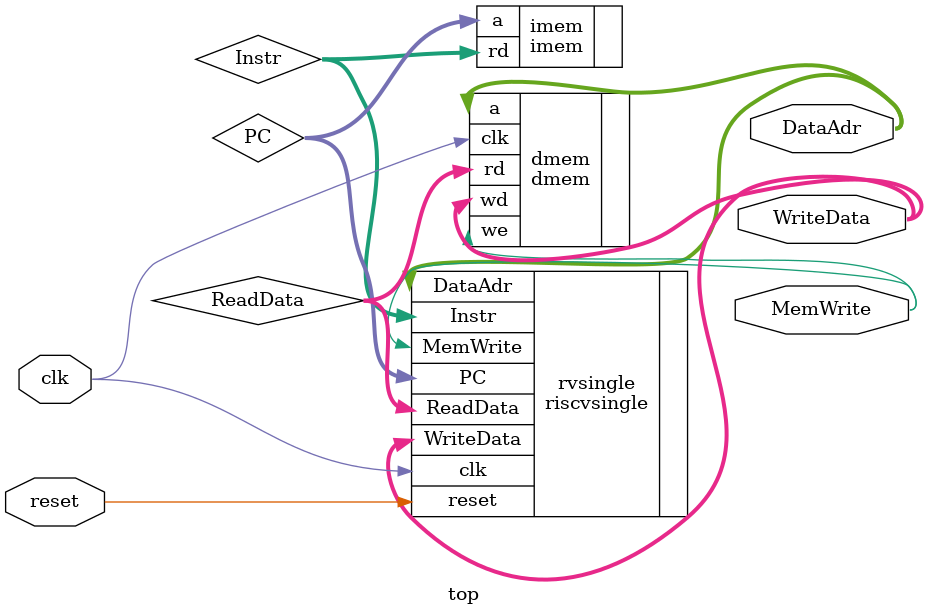
<source format=v>
module top(input  clk, reset, 
           output [31:0] WriteData, DataAdr, 
           output MemWrite);
  
  wire [31:0] PC, Instr, ReadData; 
  
  // instantiate processor and memories
  riscvsingle rvsingle(
    .clk(clk), 
    .reset(reset), 
    .PC(PC), 
    .Instr(Instr), 
    .MemWrite(MemWrite), 
    .DataAdr(DataAdr), 
    .WriteData(WriteData), 
    .ReadData(ReadData)
  ); 

  imem imem(
    .a(PC), 
    .rd(Instr)
  ); 

  dmem dmem(
    .clk(clk), 
    .we(MemWrite), 
    .a(DataAdr), 
    .wd(WriteData), 
    .rd(ReadData)
  ); 
endmodule
</source>
